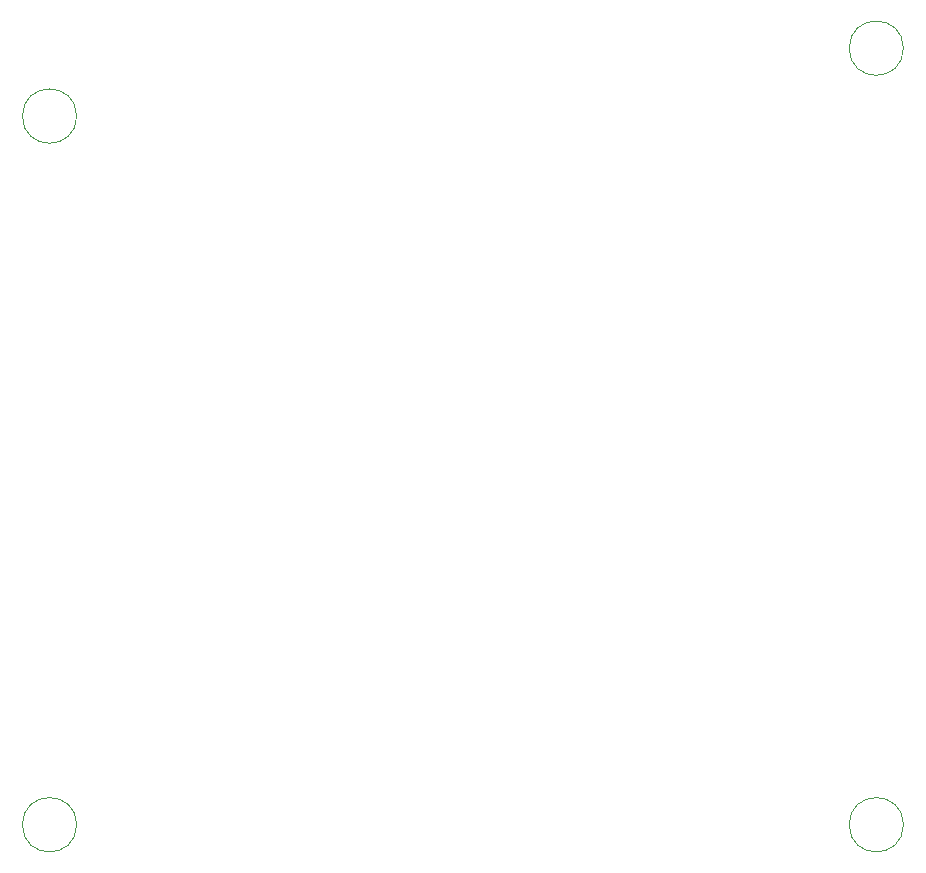
<source format=gbr>
%TF.GenerationSoftware,Altium Limited,Altium Designer,23.1.1 (15)*%
G04 Layer_Color=32768*
%FSLAX45Y45*%
%MOMM*%
%TF.SameCoordinates,3B15BE60-5205-462F-B1BE-89E8C5D5736D*%
%TF.FilePolarity,Positive*%
%TF.FileFunction,Other,Mechanical_3*%
%TF.Part,Single*%
G01*
G75*
%TA.AperFunction,NonConductor*%
%ADD173C,0.05000*%
D173*
X6830000Y9200000D02*
G03*
X6830000Y9200000I-230000J0D01*
G01*
Y3200000D02*
G03*
X6830000Y3200000I-230000J0D01*
G01*
X13830000D02*
G03*
X13830000Y3200000I-230000J0D01*
G01*
Y9775000D02*
G03*
X13830000Y9775000I-230000J0D01*
G01*
%TF.MD5,d8176782e880725c3164ad7ff1009ed5*%
M02*

</source>
